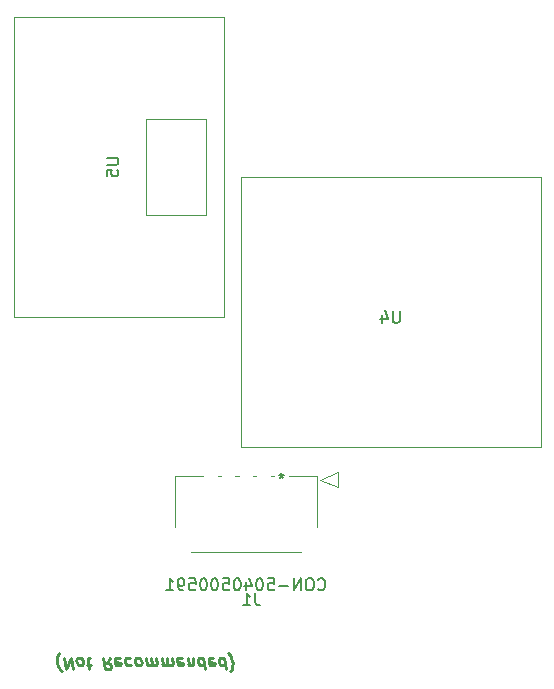
<source format=gbr>
%TF.GenerationSoftware,KiCad,Pcbnew,(5.1.10)-1*%
%TF.CreationDate,2022-05-09T17:44:24-07:00*%
%TF.ProjectId,solar-panel-side-Z,736f6c61-722d-4706-916e-656c2d736964,1.0*%
%TF.SameCoordinates,Original*%
%TF.FileFunction,Legend,Bot*%
%TF.FilePolarity,Positive*%
%FSLAX46Y46*%
G04 Gerber Fmt 4.6, Leading zero omitted, Abs format (unit mm)*
G04 Created by KiCad (PCBNEW (5.1.10)-1) date 2022-05-09 17:44:24*
%MOMM*%
%LPD*%
G01*
G04 APERTURE LIST*
%ADD10C,0.250000*%
%ADD11C,0.120000*%
%ADD12C,0.150000*%
G04 APERTURE END LIST*
D10*
X122951413Y-114416666D02*
X122909747Y-114464285D01*
X122832366Y-114607142D01*
X122796651Y-114702380D01*
X122766889Y-114845238D01*
X122749032Y-115083333D01*
X122772842Y-115273809D01*
X122850223Y-115511904D01*
X122915699Y-115654761D01*
X122975223Y-115750000D01*
X123088318Y-115892857D01*
X123141889Y-115940476D01*
X123379985Y-114797619D02*
X123504985Y-115797619D01*
X123951413Y-114797619D01*
X124076413Y-115797619D01*
X124570461Y-114797619D02*
X124481175Y-114845238D01*
X124439508Y-114892857D01*
X124403794Y-114988095D01*
X124439508Y-115273809D01*
X124499032Y-115369047D01*
X124552604Y-115416666D01*
X124653794Y-115464285D01*
X124796651Y-115464285D01*
X124885937Y-115416666D01*
X124927604Y-115369047D01*
X124963318Y-115273809D01*
X124927604Y-114988095D01*
X124868080Y-114892857D01*
X124814508Y-114845238D01*
X124713318Y-114797619D01*
X124570461Y-114797619D01*
X125272842Y-115464285D02*
X125653794Y-115464285D01*
X125457366Y-115797619D02*
X125350223Y-114940476D01*
X125385937Y-114845238D01*
X125475223Y-114797619D01*
X125570461Y-114797619D01*
X127237127Y-114797619D02*
X126963318Y-115273809D01*
X126665699Y-114797619D02*
X126790699Y-115797619D01*
X127171651Y-115797619D01*
X127260937Y-115750000D01*
X127302604Y-115702380D01*
X127338318Y-115607142D01*
X127320461Y-115464285D01*
X127260937Y-115369047D01*
X127207366Y-115321428D01*
X127106175Y-115273809D01*
X126725223Y-115273809D01*
X128052604Y-114845238D02*
X127951413Y-114797619D01*
X127760937Y-114797619D01*
X127671651Y-114845238D01*
X127635937Y-114940476D01*
X127683556Y-115321428D01*
X127743080Y-115416666D01*
X127844270Y-115464285D01*
X128034747Y-115464285D01*
X128124032Y-115416666D01*
X128159747Y-115321428D01*
X128147842Y-115226190D01*
X127659747Y-115130952D01*
X128957366Y-114845238D02*
X128856175Y-114797619D01*
X128665699Y-114797619D01*
X128576413Y-114845238D01*
X128534747Y-114892857D01*
X128499032Y-114988095D01*
X128534747Y-115273809D01*
X128594270Y-115369047D01*
X128647842Y-115416666D01*
X128749032Y-115464285D01*
X128939508Y-115464285D01*
X129028794Y-115416666D01*
X129522842Y-114797619D02*
X129433556Y-114845238D01*
X129391889Y-114892857D01*
X129356175Y-114988095D01*
X129391889Y-115273809D01*
X129451413Y-115369047D01*
X129504985Y-115416666D01*
X129606175Y-115464285D01*
X129749032Y-115464285D01*
X129838318Y-115416666D01*
X129879985Y-115369047D01*
X129915699Y-115273809D01*
X129879985Y-114988095D01*
X129820461Y-114892857D01*
X129766889Y-114845238D01*
X129665699Y-114797619D01*
X129522842Y-114797619D01*
X130284747Y-114797619D02*
X130368080Y-115464285D01*
X130356175Y-115369047D02*
X130409747Y-115416666D01*
X130510937Y-115464285D01*
X130653794Y-115464285D01*
X130743080Y-115416666D01*
X130778794Y-115321428D01*
X130713318Y-114797619D01*
X130778794Y-115321428D02*
X130838318Y-115416666D01*
X130939508Y-115464285D01*
X131082366Y-115464285D01*
X131171651Y-115416666D01*
X131207366Y-115321428D01*
X131141889Y-114797619D01*
X131618080Y-114797619D02*
X131701413Y-115464285D01*
X131689508Y-115369047D02*
X131743080Y-115416666D01*
X131844270Y-115464285D01*
X131987127Y-115464285D01*
X132076413Y-115416666D01*
X132112127Y-115321428D01*
X132046651Y-114797619D01*
X132112127Y-115321428D02*
X132171651Y-115416666D01*
X132272842Y-115464285D01*
X132415699Y-115464285D01*
X132504985Y-115416666D01*
X132540699Y-115321428D01*
X132475223Y-114797619D01*
X133338318Y-114845238D02*
X133237127Y-114797619D01*
X133046651Y-114797619D01*
X132957366Y-114845238D01*
X132921651Y-114940476D01*
X132969270Y-115321428D01*
X133028794Y-115416666D01*
X133129985Y-115464285D01*
X133320461Y-115464285D01*
X133409747Y-115416666D01*
X133445461Y-115321428D01*
X133433556Y-115226190D01*
X132945461Y-115130952D01*
X133891889Y-115464285D02*
X133808556Y-114797619D01*
X133879985Y-115369047D02*
X133933556Y-115416666D01*
X134034747Y-115464285D01*
X134177604Y-115464285D01*
X134266889Y-115416666D01*
X134302604Y-115321428D01*
X134237127Y-114797619D01*
X135141889Y-114797619D02*
X135266889Y-115797619D01*
X135147842Y-114845238D02*
X135046651Y-114797619D01*
X134856175Y-114797619D01*
X134766889Y-114845238D01*
X134725223Y-114892857D01*
X134689508Y-114988095D01*
X134725223Y-115273809D01*
X134784747Y-115369047D01*
X134838318Y-115416666D01*
X134939508Y-115464285D01*
X135129985Y-115464285D01*
X135219270Y-115416666D01*
X136004985Y-114845238D02*
X135903794Y-114797619D01*
X135713318Y-114797619D01*
X135624032Y-114845238D01*
X135588318Y-114940476D01*
X135635937Y-115321428D01*
X135695461Y-115416666D01*
X135796651Y-115464285D01*
X135987127Y-115464285D01*
X136076413Y-115416666D01*
X136112127Y-115321428D01*
X136100223Y-115226190D01*
X135612127Y-115130952D01*
X136903794Y-114797619D02*
X137028794Y-115797619D01*
X136909747Y-114845238D02*
X136808556Y-114797619D01*
X136618080Y-114797619D01*
X136528794Y-114845238D01*
X136487127Y-114892857D01*
X136451413Y-114988095D01*
X136487127Y-115273809D01*
X136546651Y-115369047D01*
X136600223Y-115416666D01*
X136701413Y-115464285D01*
X136891889Y-115464285D01*
X136981175Y-115416666D01*
X137237127Y-114416666D02*
X137290699Y-114464285D01*
X137403794Y-114607142D01*
X137463318Y-114702380D01*
X137528794Y-114845238D01*
X137606175Y-115083333D01*
X137629985Y-115273809D01*
X137612127Y-115511904D01*
X137582366Y-115654761D01*
X137546651Y-115750000D01*
X137469270Y-115892857D01*
X137427604Y-115940476D01*
D11*
%TO.C,U4*%
X138300000Y-82960000D02*
X138300000Y-74070000D01*
X163700000Y-82960000D02*
X163700000Y-74070000D01*
X163700000Y-82960000D02*
X163700000Y-85500000D01*
X163700000Y-74070000D02*
X161922000Y-74070000D01*
X151000000Y-74070000D02*
X163700000Y-74070000D01*
X151000000Y-74070000D02*
X138300000Y-74070000D01*
X138300000Y-82960000D02*
X138300000Y-85500000D01*
X163700000Y-88040000D02*
X163700000Y-85500000D01*
X138300000Y-88040000D02*
X138300000Y-85500000D01*
X138300000Y-96930000D02*
X140078000Y-96930000D01*
X163700000Y-88040000D02*
X163700000Y-96930000D01*
X151000000Y-96930000D02*
X163700000Y-96930000D01*
X138300000Y-88040000D02*
X138300000Y-96930000D01*
X151000000Y-96930000D02*
X138300000Y-96930000D01*
%TO.C,J1*%
X136370039Y-99410000D02*
X136629959Y-99410000D01*
X137870039Y-99410000D02*
X138129961Y-99410000D01*
X139370041Y-99410000D02*
X139629960Y-99410000D01*
X140870040Y-99410000D02*
X141129960Y-99410000D01*
X142370040Y-99410000D02*
X144774988Y-99410000D01*
X143410115Y-105850000D02*
X134089884Y-105850000D01*
X144774988Y-99410000D02*
X144774988Y-103719960D01*
X132725011Y-99410000D02*
X135129959Y-99410000D01*
X132725011Y-103719960D02*
X132725011Y-99410000D01*
X146552987Y-99115000D02*
X145028987Y-99750000D01*
X146552987Y-100385000D02*
X146552987Y-99115000D01*
X145028987Y-99750000D02*
X146552987Y-100385000D01*
%TO.C,U5*%
X119110000Y-73250000D02*
X119110000Y-60550000D01*
X128000000Y-60550000D02*
X119110000Y-60550000D01*
X119110000Y-73250000D02*
X119110000Y-85950000D01*
X128000000Y-85950000D02*
X119110000Y-85950000D01*
X128000000Y-60550000D02*
X136890000Y-60550000D01*
X136890000Y-73250000D02*
X136890000Y-60550000D01*
X136890000Y-73250000D02*
X136890000Y-85950000D01*
X128000000Y-85950000D02*
X136890000Y-85950000D01*
X131302000Y-69186000D02*
X134858000Y-69186000D01*
X134858000Y-77314000D02*
X131302000Y-77314000D01*
X131302000Y-69186000D02*
X130286000Y-69186000D01*
X130286000Y-69186000D02*
X130286000Y-77314000D01*
X130286000Y-77314000D02*
X131302000Y-77314000D01*
X134858000Y-77314000D02*
X135366000Y-77314000D01*
X135366000Y-77314000D02*
X135366000Y-69186000D01*
X135366000Y-69186000D02*
X134858000Y-69186000D01*
%TO.C,U4*%
D12*
X151761904Y-85452380D02*
X151761904Y-86261904D01*
X151714285Y-86357142D01*
X151666666Y-86404761D01*
X151571428Y-86452380D01*
X151380952Y-86452380D01*
X151285714Y-86404761D01*
X151238095Y-86357142D01*
X151190476Y-86261904D01*
X151190476Y-85452380D01*
X150285714Y-85785714D02*
X150285714Y-86452380D01*
X150523809Y-85404761D02*
X150761904Y-86119047D01*
X150142857Y-86119047D01*
%TO.C,J1*%
X139543333Y-109362380D02*
X139543333Y-110076666D01*
X139590952Y-110219523D01*
X139686190Y-110314761D01*
X139829047Y-110362380D01*
X139924285Y-110362380D01*
X138543333Y-110362380D02*
X139114761Y-110362380D01*
X138829047Y-110362380D02*
X138829047Y-109362380D01*
X138924285Y-109505238D01*
X139019523Y-109600476D01*
X139114761Y-109648095D01*
X144869045Y-108997142D02*
X144916664Y-109044761D01*
X145059521Y-109092380D01*
X145154759Y-109092380D01*
X145297617Y-109044761D01*
X145392855Y-108949523D01*
X145440474Y-108854285D01*
X145488093Y-108663809D01*
X145488093Y-108520952D01*
X145440474Y-108330476D01*
X145392855Y-108235238D01*
X145297617Y-108140000D01*
X145154759Y-108092380D01*
X145059521Y-108092380D01*
X144916664Y-108140000D01*
X144869045Y-108187619D01*
X144249998Y-108092380D02*
X144059521Y-108092380D01*
X143964283Y-108140000D01*
X143869045Y-108235238D01*
X143821426Y-108425714D01*
X143821426Y-108759047D01*
X143869045Y-108949523D01*
X143964283Y-109044761D01*
X144059521Y-109092380D01*
X144249998Y-109092380D01*
X144345236Y-109044761D01*
X144440474Y-108949523D01*
X144488093Y-108759047D01*
X144488093Y-108425714D01*
X144440474Y-108235238D01*
X144345236Y-108140000D01*
X144249998Y-108092380D01*
X143392855Y-109092380D02*
X143392855Y-108092380D01*
X142821426Y-109092380D01*
X142821426Y-108092380D01*
X142345236Y-108711428D02*
X141583331Y-108711428D01*
X140630950Y-108092380D02*
X141107140Y-108092380D01*
X141154759Y-108568571D01*
X141107140Y-108520952D01*
X141011902Y-108473333D01*
X140773807Y-108473333D01*
X140678569Y-108520952D01*
X140630950Y-108568571D01*
X140583331Y-108663809D01*
X140583331Y-108901904D01*
X140630950Y-108997142D01*
X140678569Y-109044761D01*
X140773807Y-109092380D01*
X141011902Y-109092380D01*
X141107140Y-109044761D01*
X141154759Y-108997142D01*
X139964283Y-108092380D02*
X139869045Y-108092380D01*
X139773807Y-108140000D01*
X139726188Y-108187619D01*
X139678569Y-108282857D01*
X139630950Y-108473333D01*
X139630950Y-108711428D01*
X139678569Y-108901904D01*
X139726188Y-108997142D01*
X139773807Y-109044761D01*
X139869045Y-109092380D01*
X139964283Y-109092380D01*
X140059521Y-109044761D01*
X140107140Y-108997142D01*
X140154759Y-108901904D01*
X140202378Y-108711428D01*
X140202378Y-108473333D01*
X140154759Y-108282857D01*
X140107140Y-108187619D01*
X140059521Y-108140000D01*
X139964283Y-108092380D01*
X138773807Y-108425714D02*
X138773807Y-109092380D01*
X139011902Y-108044761D02*
X139249998Y-108759047D01*
X138630950Y-108759047D01*
X138059521Y-108092380D02*
X137964283Y-108092380D01*
X137869045Y-108140000D01*
X137821426Y-108187619D01*
X137773807Y-108282857D01*
X137726188Y-108473333D01*
X137726188Y-108711428D01*
X137773807Y-108901904D01*
X137821426Y-108997142D01*
X137869045Y-109044761D01*
X137964283Y-109092380D01*
X138059521Y-109092380D01*
X138154759Y-109044761D01*
X138202378Y-108997142D01*
X138249998Y-108901904D01*
X138297617Y-108711428D01*
X138297617Y-108473333D01*
X138249998Y-108282857D01*
X138202378Y-108187619D01*
X138154759Y-108140000D01*
X138059521Y-108092380D01*
X136821426Y-108092380D02*
X137297617Y-108092380D01*
X137345236Y-108568571D01*
X137297617Y-108520952D01*
X137202378Y-108473333D01*
X136964283Y-108473333D01*
X136869045Y-108520952D01*
X136821426Y-108568571D01*
X136773807Y-108663809D01*
X136773807Y-108901904D01*
X136821426Y-108997142D01*
X136869045Y-109044761D01*
X136964283Y-109092380D01*
X137202378Y-109092380D01*
X137297617Y-109044761D01*
X137345236Y-108997142D01*
X136154759Y-108092380D02*
X136059521Y-108092380D01*
X135964283Y-108140000D01*
X135916664Y-108187619D01*
X135869045Y-108282857D01*
X135821426Y-108473333D01*
X135821426Y-108711428D01*
X135869045Y-108901904D01*
X135916664Y-108997142D01*
X135964283Y-109044761D01*
X136059521Y-109092380D01*
X136154759Y-109092380D01*
X136249998Y-109044761D01*
X136297617Y-108997142D01*
X136345236Y-108901904D01*
X136392855Y-108711428D01*
X136392855Y-108473333D01*
X136345236Y-108282857D01*
X136297617Y-108187619D01*
X136249998Y-108140000D01*
X136154759Y-108092380D01*
X135202378Y-108092380D02*
X135107140Y-108092380D01*
X135011902Y-108140000D01*
X134964283Y-108187619D01*
X134916664Y-108282857D01*
X134869045Y-108473333D01*
X134869045Y-108711428D01*
X134916664Y-108901904D01*
X134964283Y-108997142D01*
X135011902Y-109044761D01*
X135107140Y-109092380D01*
X135202378Y-109092380D01*
X135297617Y-109044761D01*
X135345236Y-108997142D01*
X135392855Y-108901904D01*
X135440474Y-108711428D01*
X135440474Y-108473333D01*
X135392855Y-108282857D01*
X135345236Y-108187619D01*
X135297617Y-108140000D01*
X135202378Y-108092380D01*
X133964283Y-108092380D02*
X134440474Y-108092380D01*
X134488093Y-108568571D01*
X134440474Y-108520952D01*
X134345236Y-108473333D01*
X134107140Y-108473333D01*
X134011902Y-108520952D01*
X133964283Y-108568571D01*
X133916664Y-108663809D01*
X133916664Y-108901904D01*
X133964283Y-108997142D01*
X134011902Y-109044761D01*
X134107140Y-109092380D01*
X134345236Y-109092380D01*
X134440474Y-109044761D01*
X134488093Y-108997142D01*
X133440474Y-109092380D02*
X133249998Y-109092380D01*
X133154759Y-109044761D01*
X133107140Y-108997142D01*
X133011902Y-108854285D01*
X132964283Y-108663809D01*
X132964283Y-108282857D01*
X133011902Y-108187619D01*
X133059521Y-108140000D01*
X133154759Y-108092380D01*
X133345236Y-108092380D01*
X133440474Y-108140000D01*
X133488093Y-108187619D01*
X133535712Y-108282857D01*
X133535712Y-108520952D01*
X133488093Y-108616190D01*
X133440474Y-108663809D01*
X133345236Y-108711428D01*
X133154759Y-108711428D01*
X133059521Y-108663809D01*
X133011902Y-108616190D01*
X132964283Y-108520952D01*
X132011902Y-109092380D02*
X132583331Y-109092380D01*
X132297617Y-109092380D02*
X132297617Y-108092380D01*
X132392855Y-108235238D01*
X132488093Y-108330476D01*
X132583331Y-108378095D01*
X141750000Y-99202380D02*
X141750000Y-99440476D01*
X141988095Y-99345238D02*
X141750000Y-99440476D01*
X141511904Y-99345238D01*
X141892857Y-99630952D02*
X141750000Y-99440476D01*
X141607142Y-99630952D01*
%TO.C,U5*%
X126952380Y-72488095D02*
X127761904Y-72488095D01*
X127857142Y-72535714D01*
X127904761Y-72583333D01*
X127952380Y-72678571D01*
X127952380Y-72869047D01*
X127904761Y-72964285D01*
X127857142Y-73011904D01*
X127761904Y-73059523D01*
X126952380Y-73059523D01*
X126952380Y-74011904D02*
X126952380Y-73535714D01*
X127428571Y-73488095D01*
X127380952Y-73535714D01*
X127333333Y-73630952D01*
X127333333Y-73869047D01*
X127380952Y-73964285D01*
X127428571Y-74011904D01*
X127523809Y-74059523D01*
X127761904Y-74059523D01*
X127857142Y-74011904D01*
X127904761Y-73964285D01*
X127952380Y-73869047D01*
X127952380Y-73630952D01*
X127904761Y-73535714D01*
X127857142Y-73488095D01*
%TD*%
M02*

</source>
